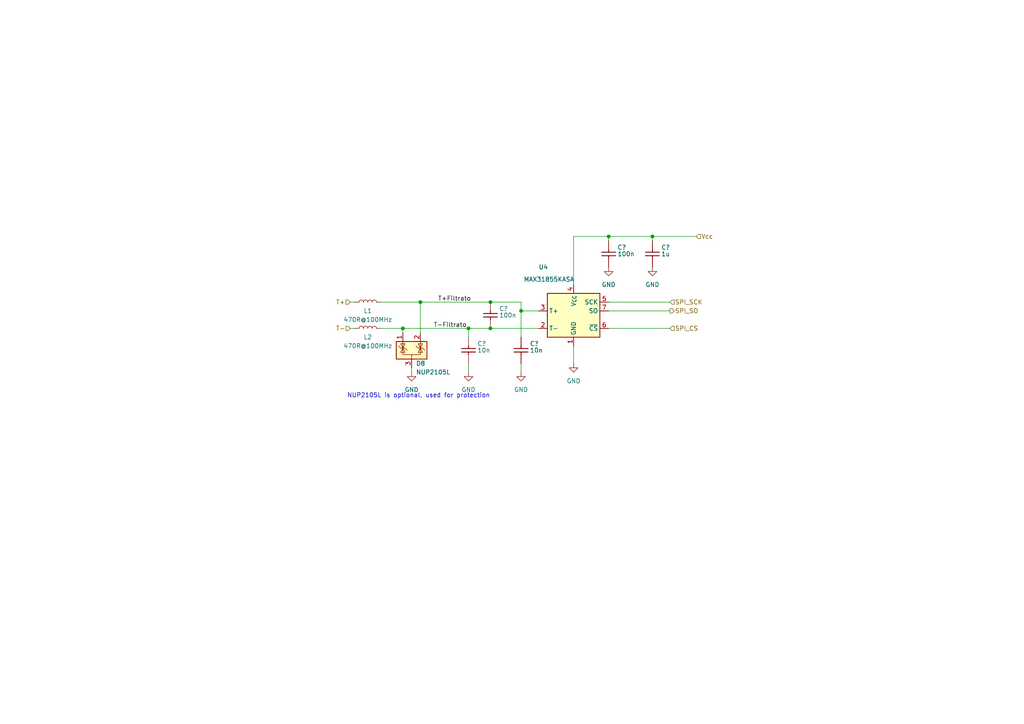
<source format=kicad_sch>
(kicad_sch (version 20231120) (generator "eeschema") (generator_version "8.0")
  (paper "A4")
  (title_block (title "UAEFI") (date "2024-08-15") (rev "D") (company "rusEFI.com"))
  (lib_symbols
    (symbol "Device:L" (pin_numbers hide) (pin_names (offset 1.016) hide)
      (property "Reference" "L" (at -1.27 0 90))
      (property "Value" "L" (at 1.905 0 90))
      (symbol "L_0_1"
        (arc (start 0 -2.54) (mid 0.6323 -1.905) (end 0 -1.27))
        (arc (start 0 -1.27) (mid 0.6323 -0.635) (end 0 0))
        (arc (start 0 0) (mid 0.6323 0.635) (end 0 1.27))
        (arc (start 0 1.27) (mid 0.6323 1.905) (end 0 2.54))
      )
      (symbol "L_1_1"
        (pin passive line (at 0 3.81 270) (length 1.27) (name "1") (number "1"))
        (pin passive line (at 0 -3.81 90) (length 1.27) (name "2") (number "2"))
      )
    )
    (symbol "GND_2" (power) (pin_numbers hide) (pin_names (offset 0) hide)
      (property "Value" "GND" (at 0 -3.81 0))
      (symbol "GND_2_0_1"
        (polyline (pts (xy 0 0) (xy 0 -1.27) (xy 1.27 -1.27) (xy 0 -2.54) (xy -1.27 -1.27) (xy 0 -1.27)))
      )
      (symbol "GND_2_1_1"
        (pin power_in line (at 0 0 270) (length 0) (name "~") (number "1"))
      )
    )
    (symbol "Power_Protection:NUP2105L" (pin_names hide)
      (property "Reference" "D" (at 5.715 2.54 0))
      (property "Value" "NUP2105L" (at 5.715 0.635 0))
      (symbol "NUP2105L_0_0"
        (pin passive line (at 0 -5.08 90) (length 2.54) (name "A") (number "3"))
      )
      (symbol "NUP2105L_0_1"
        (rectangle (start -4.445 2.54) (end 4.445 -2.54) (stroke (width 0.254)) (fill (type background)))
        (polyline (pts (xy -2.54 2.54) (xy -2.54 0.635)))
        (polyline (pts (xy 0 -1.27) (xy 0 -2.54)))
        (polyline (pts (xy 2.54 2.54) (xy 2.54 0.635)))
        (polyline (pts (xy -3.81 1.27) (xy -3.175 0.635) (xy -1.905 0.635) (xy -1.27 0)))
        (polyline (pts (xy -2.54 0.635) (xy -2.54 -1.27) (xy 2.54 -1.27) (xy 2.54 0.635)))
        (polyline (pts (xy -2.54 0.635) (xy -1.905 -0.635) (xy -3.175 -0.635) (xy -2.54 0.635)))
        (polyline (pts (xy 2.54 0.635) (xy 1.905 -0.635) (xy 3.175 -0.635) (xy 2.54 0.635)))
        (polyline (pts (xy 2.54 0.635) (xy 3.175 1.905) (xy 1.905 1.905) (xy 2.54 0.635)))
        (polyline (pts (xy -2.54 0.635) (xy -3.175 1.905) (xy -1.905 1.905) (xy -2.54 0.635) (xy -2.54 1.27)))
        (polyline (pts (xy 1.27 1.27) (xy 1.905 0.635) (xy 2.54 0.635) (xy 3.175 0.635) (xy 3.81 0)))
      )
      (symbol "NUP2105L_1_1"
        (pin passive line (at -2.54 5.08 270) (length 2.54) (name "K") (number "1"))
        (pin passive line (at 2.54 5.08 270) (length 2.54) (name "K") (number "2"))
      )
    )
    (symbol "Sensor_Temperature:MAX31855KASA"
      (property "Reference" "U" (at -7.62 8.89 0))
      (property "Value" "MAX31855KASA" (at 1.27 8.89 0))
      (symbol "MAX31855KASA_0_1"
        (rectangle (start -7.62 7.62) (end 7.62 -5.08) (stroke (width 0.254)) (fill (type background)))
      )
      (symbol "MAX31855KASA_1_1"
        (pin power_in line (at 0 -7.62 90) (length 2.54) (name "GND") (number "1"))
        (pin passive line (at -10.16 -2.54 0) (length 2.54) (name "T-") (number "2"))
        (pin passive line (at -10.16 2.54 0) (length 2.54) (name "T+") (number "3"))
        (pin power_in line (at 0 10.16 270) (length 2.54) (name "V_{CC}") (number "4"))
        (pin input line (at 10.16 5.08 180) (length 2.54) (name "SCK") (number "5"))
        (pin input line (at 10.16 -2.54 180) (length 2.54) (name "~{CS}") (number "6"))
        (pin tri_state line (at 10.16 2.54 180) (length 2.54) (name "SO") (number "7"))
        (pin no_connect line (at -7.62 5.08 0) (length 2.54) hide (name "NC") (number "8"))
      )
    )
    (symbol "hellen-one-common:Cap" (pin_numbers hide)
      (property "Reference" "C" (at -3.81 2.54 0))
      (property "Value" "Cap" (at -2.54 -1.27 0))
      (symbol "Cap_1_0"
        (polyline (pts (xy -1.27 0) (xy -0.508 0)) (stroke (width 0.254)))
        (polyline (pts (xy -0.508 -2.032) (xy -0.508 2.032)) (stroke (width 0.254)))
        (polyline (pts (xy 0.508 2.032) (xy 0.508 -2.032)) (stroke (width 0.254)))
        (polyline (pts (xy 1.27 0) (xy 0.508 0)) (stroke (width 0.254)))
        (pin passive line (at -3.81 0 0) (length 2.54) (name "") (number "1"))
        (pin passive line (at 3.81 0 180) (length 2.54) (name "") (number "2"))
      )
    )
  )
  (junction (at 176.53 68.58))
  (junction (at 116.84 95.25))
  (junction (at 135.89 95.25))
  (junction (at 121.92 87.63))
  (junction (at 142.24 87.63))
  (junction (at 142.24 95.25))
  (junction (at 189.23 68.58))
  (junction (at 151.13 90.17))
  (wire (pts (xy 166.37 82.55) (xy 166.37 68.58)))
  (wire (pts (xy 119.38 107.95) (xy 119.38 106.68)))
  (wire (pts (xy 142.24 87.63) (xy 151.13 87.63)))
  (wire (pts (xy 166.37 68.58) (xy 176.53 68.58)))
  (wire (pts (xy 121.92 87.63) (xy 121.92 96.52)))
  (wire (pts (xy 189.23 68.58) (xy 189.23 69.85)))
  (wire (pts (xy 151.13 90.17) (xy 151.13 97.79)))
  (wire (pts (xy 176.53 68.58) (xy 176.53 69.85)))
  (wire (pts (xy 135.89 105.41) (xy 135.89 107.95)))
  (wire (pts (xy 121.92 87.63) (xy 142.24 87.63)))
  (wire (pts (xy 110.49 87.63) (xy 121.92 87.63)))
  (wire (pts (xy 151.13 87.63) (xy 151.13 90.17)))
  (wire (pts (xy 176.53 90.17) (xy 194.31 90.17)))
  (wire (pts (xy 189.23 68.58) (xy 201.93 68.58)))
  (wire (pts (xy 116.84 95.25) (xy 135.89 95.25)))
  (wire (pts (xy 151.13 90.17) (xy 156.21 90.17)))
  (wire (pts (xy 166.37 100.33) (xy 166.37 105.41)))
  (wire (pts (xy 176.53 68.58) (xy 189.23 68.58)))
  (wire (pts (xy 151.13 105.41) (xy 151.13 107.95)))
  (wire (pts (xy 176.53 95.25) (xy 194.31 95.25)))
  (wire (pts (xy 116.84 95.25) (xy 116.84 96.52)))
  (wire (pts (xy 135.89 95.25) (xy 142.24 95.25)))
  (wire (pts (xy 142.24 95.25) (xy 156.21 95.25)))
  (wire (pts (xy 135.89 95.25) (xy 135.89 97.79)))
  (wire (pts (xy 110.49 95.25) (xy 116.84 95.25)))
  (wire (pts (xy 101.6 87.63) (xy 102.87 87.63)))
  (wire (pts (xy 101.6 95.25) (xy 102.87 95.25)))
  (wire (pts (xy 176.53 87.63) (xy 194.31 87.63)))
  (text "NUP2105L is optional, used for protection" (at 121.412 114.808 0) (effects (font (size 1.27 1.27))))
  (label "T-Filtrato" (at 125.73 95.25 0))
  (label "T+Filtrato" (at 127 87.63 0))
  (hierarchical_label "Vcc" (shape input) (at 201.93 68.58 0))
  (hierarchical_label "SPI_SO" (shape output) (at 194.31 90.17 0))
  (hierarchical_label "SPI_SCK" (shape input) (at 194.31 87.63 0))
  (hierarchical_label "SPI_CS" (shape input) (at 194.31 95.25 0))
  (hierarchical_label "T+" (shape input) (at 101.6 87.63 180))
  (hierarchical_label "T-" (shape input) (at 101.6 95.25 180))
  (symbol (lib_id "hellen-one-common:Cap") (at 135.89 101.6 90) (unit 1)
    (property "Reference" "C?" (at 138.43 99.695 90) (effects (justify right)))
    (property "Value" "10n" (at 138.43 101.6 90) (effects (justify right)))
    (property "Footprint" "hellen-one-common:C0603" (effects (hide yes)))
    (property "LCSC" "C57112" (effects (hide yes)))
    (instances (project "hellen-112-17" (path "" (reference "C?") (unit 1))) (project "uaefi" (path "" (reference "C28") (unit 1))))
  )
  (symbol (lib_id "Sensor_Temperature:MAX31855KASA") (at 166.37 92.71 0) (unit 1)
    (property "Reference" "U4" (at 156.21 77.47 0) (effects (justify left)))
    (property "Value" "MAX31855KASA" (at 151.892 81.026 0) (effects (justify left)))
    (property "Footprint" "Package_SO:SOIC-8_3.9x4.9mm_P1.27mm" (effects (hide yes)))
    (property "Datasheet" "http://datasheets.maximintegrated.com/en/ds/MAX31855.pdf" (effects (hide yes)))
    (property "Description" "Cold Junction K-type Thermocouple Interface, SPI, SOIC-8" (effects (hide yes)))
    (property "LCSC" "C52028" (effects (hide yes)))
  )
  (symbol (lib_id "hellen-one-common:Cap") (at 189.23 73.66 90) (unit 1)
    (property "Reference" "C?" (at 191.77 71.755 90) (effects (justify right)))
    (property "Value" "1u" (at 191.77 73.66 90) (effects (justify right)))
    (property "Footprint" "hellen-one-common:C0603" (effects (hide yes)))
    (property "LCSC" "C15849" (effects (hide yes)))
    (instances (project "hellen-112-17" (path "" (reference "C?") (unit 1))) (project "uaefi" (path "" (reference "C32") (unit 1))))
  )
  (symbol (lib_id "hellen-one-common:Cap") (at 151.13 101.6 90) (unit 1)
    (property "Reference" "C?" (at 153.67 99.695 90) (effects (justify right)))
    (property "Value" "10n" (at 153.67 101.6 90) (effects (justify right)))
    (property "Footprint" "hellen-one-common:C0603" (effects (hide yes)))
    (property "LCSC" "C57112" (effects (hide yes)))
    (instances (project "hellen-112-17" (path "" (reference "C?") (unit 1))) (project "uaefi" (path "" (reference "C30") (unit 1))))
  )
  (symbol (lib_id "Power_Protection:NUP2105L") (at 119.38 101.6 0) (unit 1)
    (property "Reference" "D8" (at 120.65 105.41 0) (effects (justify left)))
    (property "Value" "NUP2105L" (at 120.65 107.95 0) (effects (justify left)))
    (property "Footprint" "Package_TO_SOT_SMD:SOT-23" (effects (hide yes)))
    (property "Datasheet" "https://www.onsemi.com/pub_link/Collateral/NUP2105L-D.PDF" (effects (hide yes)))
    (property "Description" "Dual Line CAN Bus Protector, 24Vrwm" (effects (hide yes)))
    (property "LCSC" "C284104" (effects (hide yes)))
  )
  (symbol (lib_name "GND_2") (lib_id "power:GND") (at 189.23 77.47 0) (unit 1)
    (property "Reference" "#PWR0106" (effects (hide yes)))
    (property "Value" "GND" (at 189.23 82.55 0))
    (property "Description" "Power symbol creates a global label with name \"GND\" , ground" (effects (hide yes)))
  )
  (symbol (lib_id "hellen-one-common:Cap") (at 176.53 73.66 90) (unit 1)
    (property "Reference" "C?" (at 179.07 71.755 90) (effects (justify right)))
    (property "Value" "100n" (at 179.07 73.66 90) (effects (justify right)))
    (property "Footprint" "hellen-one-common:C0603" (effects (hide yes)))
    (property "LCSC" "C14663" (effects (hide yes)))
    (instances (project "hellen-112-17" (path "" (reference "C?") (unit 1))) (project "uaefi" (path "" (reference "C31") (unit 1))))
  )
  (symbol (lib_name "GND_2") (lib_id "power:GND") (at 119.38 107.95 0) (unit 1)
    (property "Reference" "#PWR0101" (effects (hide yes)))
    (property "Value" "GND" (at 119.38 113.03 0))
    (property "Description" "Power symbol creates a global label with name \"GND\" , ground" (effects (hide yes)))
  )
  (symbol (lib_name "GND_2") (lib_id "power:GND") (at 176.53 77.47 0) (unit 1)
    (property "Reference" "#PWR0105" (effects (hide yes)))
    (property "Value" "GND" (at 176.53 82.55 0))
    (property "Description" "Power symbol creates a global label with name \"GND\" , ground" (effects (hide yes)))
  )
  (symbol (lib_name "GND_2") (lib_id "power:GND") (at 166.37 105.41 0) (unit 1)
    (property "Reference" "#PWR0104" (effects (hide yes)))
    (property "Value" "GND" (at 166.37 110.49 0))
    (property "Description" "Power symbol creates a global label with name \"GND\" , ground" (effects (hide yes)))
  )
  (symbol (lib_id "Device:L") (at 106.68 95.25 90) (unit 1)
    (property "Reference" "L2" (at 106.68 97.79 90))
    (property "Value" "470R@100MHz" (at 106.68 100.33 90))
    (property "Footprint" "Inductor_SMD:L_0603_1608Metric" (effects (hide yes)))
    (property "LCSC" "C97853" (effects (hide yes)))
  )
  (symbol (lib_name "GND_2") (lib_id "power:GND") (at 135.89 107.95 0) (unit 1)
    (property "Reference" "#PWR0102" (effects (hide yes)))
    (property "Value" "GND" (at 135.89 113.03 0))
    (property "Description" "Power symbol creates a global label with name \"GND\" , ground" (effects (hide yes)))
  )
  (symbol (lib_name "GND_2") (lib_id "power:GND") (at 151.13 107.95 0) (unit 1)
    (property "Reference" "#PWR0103" (effects (hide yes)))
    (property "Value" "GND" (at 151.13 113.03 0))
    (property "Description" "Power symbol creates a global label with name \"GND\" , ground" (effects (hide yes)))
  )
  (symbol (lib_id "hellen-one-common:Cap") (at 142.24 91.44 90) (unit 1)
    (property "Reference" "C?" (at 144.78 89.535 90) (effects (justify right)))
    (property "Value" "100n" (at 144.78 91.44 90) (effects (justify right)))
    (property "Footprint" "hellen-one-common:C0603" (effects (hide yes)))
    (property "LCSC" "C14663" (effects (hide yes)))
    (instances (project "hellen-112-17" (path "" (reference "C?") (unit 1))) (project "uaefi" (path "" (reference "C29") (unit 1))))
  )
  (symbol (lib_id "Device:L") (at 106.68 87.63 90) (unit 1)
    (property "Reference" "L1" (at 106.68 90.17 90))
    (property "Value" "470R@100MHz" (at 106.68 92.71 90))
    (property "Footprint" "Inductor_SMD:L_0603_1608Metric" (effects (hide yes)))
    (property "LCSC" "C97853" (effects (hide yes)))
  )
)
</source>
